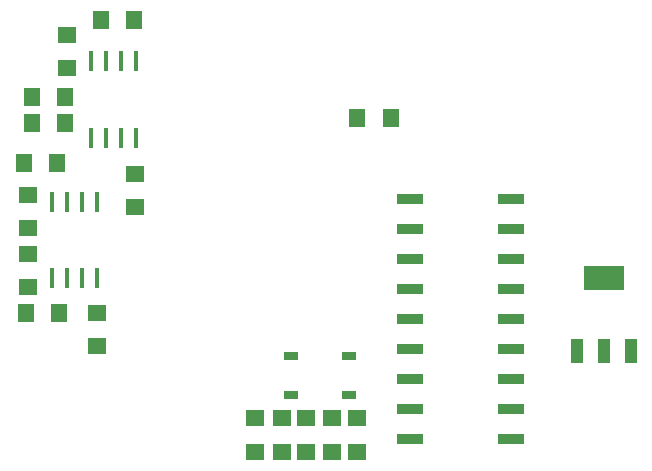
<source format=gbr>
G04 DipTrace 2.4.0.2*
%INBottomPaste.gbr*%
%MOIN*%
%ADD65R,0.088X0.0365*%
%ADD67R,0.051X0.0274*%
%ADD77R,0.0156X0.0707*%
%ADD87R,0.0038X0.0471*%
%ADD93R,0.0628X0.055*%
%ADD95R,0.055X0.0628*%
%ADD97R,0.1337X0.0786*%
%ADD99R,0.04X0.08*%
%FSLAX44Y44*%
G04*
G70*
G90*
G75*
G01*
%LNBotPaste*%
%LPD*%
D99*
X25307Y16336D3*
X24401D3*
X23496D3*
D97*
X24402Y18773D3*
D95*
X17289Y24135D3*
X16186D3*
X6440Y23945D3*
X5338D3*
X6252Y17634D3*
X5150D3*
D93*
X5190Y19571D3*
Y18469D3*
D95*
X6440Y24820D3*
X5338D3*
D93*
X7503Y16508D3*
Y17610D3*
X8764Y21144D3*
Y22246D3*
D95*
X7639Y27371D3*
X8741D3*
X5065Y22634D3*
X6167D3*
D87*
X24553Y23571D3*
X24297D3*
X24042D3*
X23786D3*
X23530D3*
X23274D3*
X23018D3*
X22762D3*
X22506D3*
X22250D3*
X21994D3*
X21738D3*
X21482D3*
X21227D3*
Y26642D3*
X21482D3*
X21738D3*
X21994D3*
X22250D3*
X22506D3*
X22762D3*
X23018D3*
X23274D3*
X23530D3*
X23786D3*
X24042D3*
X24297D3*
X24553D3*
D77*
X5997Y21331D3*
X6500D3*
X7004D3*
X7508D3*
Y18772D3*
X7004D3*
X6500D3*
X5997D3*
X7309Y26018D3*
X7813D3*
X8317D3*
X8821D3*
Y23459D3*
X8317D3*
X7813D3*
X7309D3*
D93*
X6514Y25769D3*
Y26871D3*
X5190Y20446D3*
Y21548D3*
X16187Y14104D3*
Y13001D3*
X15337Y14104D3*
Y13001D3*
X14472Y14104D3*
Y13001D3*
X13656Y14104D3*
Y13001D3*
X12770Y14104D3*
Y13001D3*
D67*
X15902Y16170D3*
Y14870D3*
X13973D3*
Y16170D3*
D65*
X17923Y13418D3*
Y14418D3*
Y15418D3*
Y16418D3*
Y17418D3*
Y18418D3*
Y19418D3*
Y20418D3*
Y21418D3*
X21309D3*
Y20418D3*
Y19418D3*
Y18418D3*
Y17418D3*
Y16418D3*
Y15418D3*
Y14418D3*
Y13418D3*
M02*

</source>
